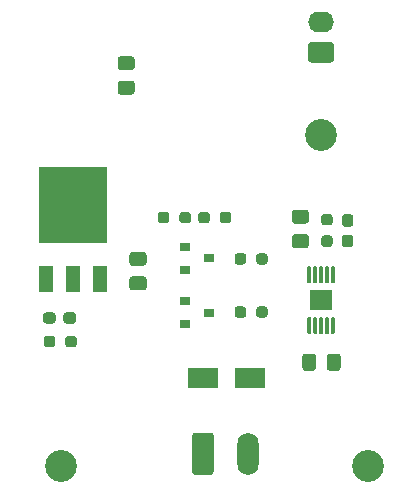
<source format=gbr>
%TF.GenerationSoftware,KiCad,Pcbnew,5.1.10-1.fc34*%
%TF.CreationDate,2021-09-08T08:00:36+01:00*%
%TF.ProjectId,cryosub_power_converter_top_v01,6372796f-7375-4625-9f70-6f7765725f63,rev?*%
%TF.SameCoordinates,Original*%
%TF.FileFunction,Soldermask,Top*%
%TF.FilePolarity,Negative*%
%FSLAX46Y46*%
G04 Gerber Fmt 4.6, Leading zero omitted, Abs format (unit mm)*
G04 Created by KiCad (PCBNEW 5.1.10-1.fc34) date 2021-09-08 08:00:36*
%MOMM*%
%LPD*%
G01*
G04 APERTURE LIST*
%ADD10R,2.500000X1.800000*%
%ADD11O,2.190000X1.740000*%
%ADD12C,2.700000*%
%ADD13O,1.800000X3.600000*%
%ADD14R,0.900000X0.800000*%
%ADD15R,1.200000X2.200000*%
%ADD16R,5.800000X6.400000*%
%ADD17R,1.880000X1.680000*%
G04 APERTURE END LIST*
D10*
%TO.C,D3*%
X120000000Y-133600000D03*
X116000000Y-133600000D03*
%TD*%
%TO.C,C6*%
G36*
G01*
X126487500Y-132725000D02*
X126487500Y-131775000D01*
G75*
G02*
X126737500Y-131525000I250000J0D01*
G01*
X127412500Y-131525000D01*
G75*
G02*
X127662500Y-131775000I0J-250000D01*
G01*
X127662500Y-132725000D01*
G75*
G02*
X127412500Y-132975000I-250000J0D01*
G01*
X126737500Y-132975000D01*
G75*
G02*
X126487500Y-132725000I0J250000D01*
G01*
G37*
G36*
G01*
X124412500Y-132725000D02*
X124412500Y-131775000D01*
G75*
G02*
X124662500Y-131525000I250000J0D01*
G01*
X125337500Y-131525000D01*
G75*
G02*
X125587500Y-131775000I0J-250000D01*
G01*
X125587500Y-132725000D01*
G75*
G02*
X125337500Y-132975000I-250000J0D01*
G01*
X124662500Y-132975000D01*
G75*
G02*
X124412500Y-132725000I0J250000D01*
G01*
G37*
%TD*%
%TO.C,R10*%
G36*
G01*
X126737500Y-120662500D02*
X126262500Y-120662500D01*
G75*
G02*
X126025000Y-120425000I0J237500D01*
G01*
X126025000Y-119925000D01*
G75*
G02*
X126262500Y-119687500I237500J0D01*
G01*
X126737500Y-119687500D01*
G75*
G02*
X126975000Y-119925000I0J-237500D01*
G01*
X126975000Y-120425000D01*
G75*
G02*
X126737500Y-120662500I-237500J0D01*
G01*
G37*
G36*
G01*
X126737500Y-122487500D02*
X126262500Y-122487500D01*
G75*
G02*
X126025000Y-122250000I0J237500D01*
G01*
X126025000Y-121750000D01*
G75*
G02*
X126262500Y-121512500I237500J0D01*
G01*
X126737500Y-121512500D01*
G75*
G02*
X126975000Y-121750000I0J-237500D01*
G01*
X126975000Y-122250000D01*
G75*
G02*
X126737500Y-122487500I-237500J0D01*
G01*
G37*
%TD*%
%TO.C,C5*%
G36*
G01*
X124725000Y-120512500D02*
X123775000Y-120512500D01*
G75*
G02*
X123525000Y-120262500I0J250000D01*
G01*
X123525000Y-119587500D01*
G75*
G02*
X123775000Y-119337500I250000J0D01*
G01*
X124725000Y-119337500D01*
G75*
G02*
X124975000Y-119587500I0J-250000D01*
G01*
X124975000Y-120262500D01*
G75*
G02*
X124725000Y-120512500I-250000J0D01*
G01*
G37*
G36*
G01*
X124725000Y-122587500D02*
X123775000Y-122587500D01*
G75*
G02*
X123525000Y-122337500I0J250000D01*
G01*
X123525000Y-121662500D01*
G75*
G02*
X123775000Y-121412500I250000J0D01*
G01*
X124725000Y-121412500D01*
G75*
G02*
X124975000Y-121662500I0J-250000D01*
G01*
X124975000Y-122337500D01*
G75*
G02*
X124725000Y-122587500I-250000J0D01*
G01*
G37*
%TD*%
%TO.C,C4*%
G36*
G01*
X128487500Y-120787500D02*
X128012500Y-120787500D01*
G75*
G02*
X127775000Y-120550000I0J237500D01*
G01*
X127775000Y-119950000D01*
G75*
G02*
X128012500Y-119712500I237500J0D01*
G01*
X128487500Y-119712500D01*
G75*
G02*
X128725000Y-119950000I0J-237500D01*
G01*
X128725000Y-120550000D01*
G75*
G02*
X128487500Y-120787500I-237500J0D01*
G01*
G37*
G36*
G01*
X128487500Y-122512500D02*
X128012500Y-122512500D01*
G75*
G02*
X127775000Y-122275000I0J237500D01*
G01*
X127775000Y-121675000D01*
G75*
G02*
X128012500Y-121437500I237500J0D01*
G01*
X128487500Y-121437500D01*
G75*
G02*
X128725000Y-121675000I0J-237500D01*
G01*
X128725000Y-122275000D01*
G75*
G02*
X128487500Y-122512500I-237500J0D01*
G01*
G37*
%TD*%
D11*
%TO.C,J3*%
X126000000Y-103460000D03*
G36*
G01*
X126845001Y-106870000D02*
X125154999Y-106870000D01*
G75*
G02*
X124905000Y-106620001I0J249999D01*
G01*
X124905000Y-105379999D01*
G75*
G02*
X125154999Y-105130000I249999J0D01*
G01*
X126845001Y-105130000D01*
G75*
G02*
X127095000Y-105379999I0J-249999D01*
G01*
X127095000Y-106620001D01*
G75*
G02*
X126845001Y-106870000I-249999J0D01*
G01*
G37*
%TD*%
%TO.C,C1*%
G36*
G01*
X110975000Y-124087500D02*
X110025000Y-124087500D01*
G75*
G02*
X109775000Y-123837500I0J250000D01*
G01*
X109775000Y-123162500D01*
G75*
G02*
X110025000Y-122912500I250000J0D01*
G01*
X110975000Y-122912500D01*
G75*
G02*
X111225000Y-123162500I0J-250000D01*
G01*
X111225000Y-123837500D01*
G75*
G02*
X110975000Y-124087500I-250000J0D01*
G01*
G37*
G36*
G01*
X110975000Y-126162500D02*
X110025000Y-126162500D01*
G75*
G02*
X109775000Y-125912500I0J250000D01*
G01*
X109775000Y-125237500D01*
G75*
G02*
X110025000Y-124987500I250000J0D01*
G01*
X110975000Y-124987500D01*
G75*
G02*
X111225000Y-125237500I0J-250000D01*
G01*
X111225000Y-125912500D01*
G75*
G02*
X110975000Y-126162500I-250000J0D01*
G01*
G37*
%TD*%
%TO.C,C2*%
G36*
G01*
X105262500Y-128262500D02*
X105262500Y-128737500D01*
G75*
G02*
X105025000Y-128975000I-237500J0D01*
G01*
X104425000Y-128975000D01*
G75*
G02*
X104187500Y-128737500I0J237500D01*
G01*
X104187500Y-128262500D01*
G75*
G02*
X104425000Y-128025000I237500J0D01*
G01*
X105025000Y-128025000D01*
G75*
G02*
X105262500Y-128262500I0J-237500D01*
G01*
G37*
G36*
G01*
X103537500Y-128262500D02*
X103537500Y-128737500D01*
G75*
G02*
X103300000Y-128975000I-237500J0D01*
G01*
X102700000Y-128975000D01*
G75*
G02*
X102462500Y-128737500I0J237500D01*
G01*
X102462500Y-128262500D01*
G75*
G02*
X102700000Y-128025000I237500J0D01*
G01*
X103300000Y-128025000D01*
G75*
G02*
X103537500Y-128262500I0J-237500D01*
G01*
G37*
%TD*%
%TO.C,C3*%
G36*
G01*
X109025000Y-106337500D02*
X109975000Y-106337500D01*
G75*
G02*
X110225000Y-106587500I0J-250000D01*
G01*
X110225000Y-107262500D01*
G75*
G02*
X109975000Y-107512500I-250000J0D01*
G01*
X109025000Y-107512500D01*
G75*
G02*
X108775000Y-107262500I0J250000D01*
G01*
X108775000Y-106587500D01*
G75*
G02*
X109025000Y-106337500I250000J0D01*
G01*
G37*
G36*
G01*
X109025000Y-108412500D02*
X109975000Y-108412500D01*
G75*
G02*
X110225000Y-108662500I0J-250000D01*
G01*
X110225000Y-109337500D01*
G75*
G02*
X109975000Y-109587500I-250000J0D01*
G01*
X109025000Y-109587500D01*
G75*
G02*
X108775000Y-109337500I0J250000D01*
G01*
X108775000Y-108662500D01*
G75*
G02*
X109025000Y-108412500I250000J0D01*
G01*
G37*
%TD*%
D12*
%TO.C,H1*%
X104000000Y-141000000D03*
%TD*%
%TO.C,H2*%
X126000000Y-113000000D03*
%TD*%
%TO.C,H3*%
X130000000Y-141000000D03*
%TD*%
%TO.C,J1*%
G36*
G01*
X115100000Y-141550000D02*
X115100000Y-138450000D01*
G75*
G02*
X115350000Y-138200000I250000J0D01*
G01*
X116650000Y-138200000D01*
G75*
G02*
X116900000Y-138450000I0J-250000D01*
G01*
X116900000Y-141550000D01*
G75*
G02*
X116650000Y-141800000I-250000J0D01*
G01*
X115350000Y-141800000D01*
G75*
G02*
X115100000Y-141550000I0J250000D01*
G01*
G37*
D13*
X119810000Y-140000000D03*
%TD*%
D14*
%TO.C,Q1*%
X116500000Y-123450000D03*
X114500000Y-124400000D03*
X114500000Y-122500000D03*
%TD*%
%TO.C,Q2*%
X114500000Y-127100000D03*
X114500000Y-129000000D03*
X116500000Y-128050000D03*
%TD*%
D15*
%TO.C,Q3*%
X102720000Y-125200000D03*
X105000000Y-125200000D03*
X107280000Y-125200000D03*
D16*
X105000000Y-118900000D03*
%TD*%
%TO.C,R1*%
G36*
G01*
X112187500Y-120237500D02*
X112187500Y-119762500D01*
G75*
G02*
X112425000Y-119525000I237500J0D01*
G01*
X112925000Y-119525000D01*
G75*
G02*
X113162500Y-119762500I0J-237500D01*
G01*
X113162500Y-120237500D01*
G75*
G02*
X112925000Y-120475000I-237500J0D01*
G01*
X112425000Y-120475000D01*
G75*
G02*
X112187500Y-120237500I0J237500D01*
G01*
G37*
G36*
G01*
X114012500Y-120237500D02*
X114012500Y-119762500D01*
G75*
G02*
X114250000Y-119525000I237500J0D01*
G01*
X114750000Y-119525000D01*
G75*
G02*
X114987500Y-119762500I0J-237500D01*
G01*
X114987500Y-120237500D01*
G75*
G02*
X114750000Y-120475000I-237500J0D01*
G01*
X114250000Y-120475000D01*
G75*
G02*
X114012500Y-120237500I0J237500D01*
G01*
G37*
%TD*%
%TO.C,R2*%
G36*
G01*
X117425000Y-120237500D02*
X117425000Y-119762500D01*
G75*
G02*
X117662500Y-119525000I237500J0D01*
G01*
X118162500Y-119525000D01*
G75*
G02*
X118400000Y-119762500I0J-237500D01*
G01*
X118400000Y-120237500D01*
G75*
G02*
X118162500Y-120475000I-237500J0D01*
G01*
X117662500Y-120475000D01*
G75*
G02*
X117425000Y-120237500I0J237500D01*
G01*
G37*
G36*
G01*
X115600000Y-120237500D02*
X115600000Y-119762500D01*
G75*
G02*
X115837500Y-119525000I237500J0D01*
G01*
X116337500Y-119525000D01*
G75*
G02*
X116575000Y-119762500I0J-237500D01*
G01*
X116575000Y-120237500D01*
G75*
G02*
X116337500Y-120475000I-237500J0D01*
G01*
X115837500Y-120475000D01*
G75*
G02*
X115600000Y-120237500I0J237500D01*
G01*
G37*
%TD*%
%TO.C,R3*%
G36*
G01*
X121487500Y-123262500D02*
X121487500Y-123737500D01*
G75*
G02*
X121250000Y-123975000I-237500J0D01*
G01*
X120750000Y-123975000D01*
G75*
G02*
X120512500Y-123737500I0J237500D01*
G01*
X120512500Y-123262500D01*
G75*
G02*
X120750000Y-123025000I237500J0D01*
G01*
X121250000Y-123025000D01*
G75*
G02*
X121487500Y-123262500I0J-237500D01*
G01*
G37*
G36*
G01*
X119662500Y-123262500D02*
X119662500Y-123737500D01*
G75*
G02*
X119425000Y-123975000I-237500J0D01*
G01*
X118925000Y-123975000D01*
G75*
G02*
X118687500Y-123737500I0J237500D01*
G01*
X118687500Y-123262500D01*
G75*
G02*
X118925000Y-123025000I237500J0D01*
G01*
X119425000Y-123025000D01*
G75*
G02*
X119662500Y-123262500I0J-237500D01*
G01*
G37*
%TD*%
%TO.C,R7*%
G36*
G01*
X121487500Y-127762500D02*
X121487500Y-128237500D01*
G75*
G02*
X121250000Y-128475000I-237500J0D01*
G01*
X120750000Y-128475000D01*
G75*
G02*
X120512500Y-128237500I0J237500D01*
G01*
X120512500Y-127762500D01*
G75*
G02*
X120750000Y-127525000I237500J0D01*
G01*
X121250000Y-127525000D01*
G75*
G02*
X121487500Y-127762500I0J-237500D01*
G01*
G37*
G36*
G01*
X119662500Y-127762500D02*
X119662500Y-128237500D01*
G75*
G02*
X119425000Y-128475000I-237500J0D01*
G01*
X118925000Y-128475000D01*
G75*
G02*
X118687500Y-128237500I0J237500D01*
G01*
X118687500Y-127762500D01*
G75*
G02*
X118925000Y-127525000I237500J0D01*
G01*
X119425000Y-127525000D01*
G75*
G02*
X119662500Y-127762500I0J-237500D01*
G01*
G37*
%TD*%
%TO.C,R9*%
G36*
G01*
X102512500Y-130737500D02*
X102512500Y-130262500D01*
G75*
G02*
X102750000Y-130025000I237500J0D01*
G01*
X103250000Y-130025000D01*
G75*
G02*
X103487500Y-130262500I0J-237500D01*
G01*
X103487500Y-130737500D01*
G75*
G02*
X103250000Y-130975000I-237500J0D01*
G01*
X102750000Y-130975000D01*
G75*
G02*
X102512500Y-130737500I0J237500D01*
G01*
G37*
G36*
G01*
X104337500Y-130737500D02*
X104337500Y-130262500D01*
G75*
G02*
X104575000Y-130025000I237500J0D01*
G01*
X105075000Y-130025000D01*
G75*
G02*
X105312500Y-130262500I0J-237500D01*
G01*
X105312500Y-130737500D01*
G75*
G02*
X105075000Y-130975000I-237500J0D01*
G01*
X104575000Y-130975000D01*
G75*
G02*
X104337500Y-130737500I0J237500D01*
G01*
G37*
%TD*%
%TO.C,U1*%
G36*
G01*
X125075000Y-129875000D02*
X124925000Y-129875000D01*
G75*
G02*
X124850000Y-129800000I0J75000D01*
G01*
X124850000Y-128500000D01*
G75*
G02*
X124925000Y-128425000I75000J0D01*
G01*
X125075000Y-128425000D01*
G75*
G02*
X125150000Y-128500000I0J-75000D01*
G01*
X125150000Y-129800000D01*
G75*
G02*
X125075000Y-129875000I-75000J0D01*
G01*
G37*
G36*
G01*
X125575000Y-129875000D02*
X125425000Y-129875000D01*
G75*
G02*
X125350000Y-129800000I0J75000D01*
G01*
X125350000Y-128500000D01*
G75*
G02*
X125425000Y-128425000I75000J0D01*
G01*
X125575000Y-128425000D01*
G75*
G02*
X125650000Y-128500000I0J-75000D01*
G01*
X125650000Y-129800000D01*
G75*
G02*
X125575000Y-129875000I-75000J0D01*
G01*
G37*
G36*
G01*
X126075000Y-129875000D02*
X125925000Y-129875000D01*
G75*
G02*
X125850000Y-129800000I0J75000D01*
G01*
X125850000Y-128500000D01*
G75*
G02*
X125925000Y-128425000I75000J0D01*
G01*
X126075000Y-128425000D01*
G75*
G02*
X126150000Y-128500000I0J-75000D01*
G01*
X126150000Y-129800000D01*
G75*
G02*
X126075000Y-129875000I-75000J0D01*
G01*
G37*
G36*
G01*
X126575000Y-129875000D02*
X126425000Y-129875000D01*
G75*
G02*
X126350000Y-129800000I0J75000D01*
G01*
X126350000Y-128500000D01*
G75*
G02*
X126425000Y-128425000I75000J0D01*
G01*
X126575000Y-128425000D01*
G75*
G02*
X126650000Y-128500000I0J-75000D01*
G01*
X126650000Y-129800000D01*
G75*
G02*
X126575000Y-129875000I-75000J0D01*
G01*
G37*
G36*
G01*
X127075000Y-129875000D02*
X126925000Y-129875000D01*
G75*
G02*
X126850000Y-129800000I0J75000D01*
G01*
X126850000Y-128500000D01*
G75*
G02*
X126925000Y-128425000I75000J0D01*
G01*
X127075000Y-128425000D01*
G75*
G02*
X127150000Y-128500000I0J-75000D01*
G01*
X127150000Y-129800000D01*
G75*
G02*
X127075000Y-129875000I-75000J0D01*
G01*
G37*
G36*
G01*
X127075000Y-125575000D02*
X126925000Y-125575000D01*
G75*
G02*
X126850000Y-125500000I0J75000D01*
G01*
X126850000Y-124200000D01*
G75*
G02*
X126925000Y-124125000I75000J0D01*
G01*
X127075000Y-124125000D01*
G75*
G02*
X127150000Y-124200000I0J-75000D01*
G01*
X127150000Y-125500000D01*
G75*
G02*
X127075000Y-125575000I-75000J0D01*
G01*
G37*
G36*
G01*
X126575000Y-125575000D02*
X126425000Y-125575000D01*
G75*
G02*
X126350000Y-125500000I0J75000D01*
G01*
X126350000Y-124200000D01*
G75*
G02*
X126425000Y-124125000I75000J0D01*
G01*
X126575000Y-124125000D01*
G75*
G02*
X126650000Y-124200000I0J-75000D01*
G01*
X126650000Y-125500000D01*
G75*
G02*
X126575000Y-125575000I-75000J0D01*
G01*
G37*
G36*
G01*
X126075000Y-125575000D02*
X125925000Y-125575000D01*
G75*
G02*
X125850000Y-125500000I0J75000D01*
G01*
X125850000Y-124200000D01*
G75*
G02*
X125925000Y-124125000I75000J0D01*
G01*
X126075000Y-124125000D01*
G75*
G02*
X126150000Y-124200000I0J-75000D01*
G01*
X126150000Y-125500000D01*
G75*
G02*
X126075000Y-125575000I-75000J0D01*
G01*
G37*
G36*
G01*
X125575000Y-125575000D02*
X125425000Y-125575000D01*
G75*
G02*
X125350000Y-125500000I0J75000D01*
G01*
X125350000Y-124200000D01*
G75*
G02*
X125425000Y-124125000I75000J0D01*
G01*
X125575000Y-124125000D01*
G75*
G02*
X125650000Y-124200000I0J-75000D01*
G01*
X125650000Y-125500000D01*
G75*
G02*
X125575000Y-125575000I-75000J0D01*
G01*
G37*
G36*
G01*
X125075000Y-125575000D02*
X124925000Y-125575000D01*
G75*
G02*
X124850000Y-125500000I0J75000D01*
G01*
X124850000Y-124200000D01*
G75*
G02*
X124925000Y-124125000I75000J0D01*
G01*
X125075000Y-124125000D01*
G75*
G02*
X125150000Y-124200000I0J-75000D01*
G01*
X125150000Y-125500000D01*
G75*
G02*
X125075000Y-125575000I-75000J0D01*
G01*
G37*
D17*
X126000000Y-127000000D03*
%TD*%
M02*

</source>
